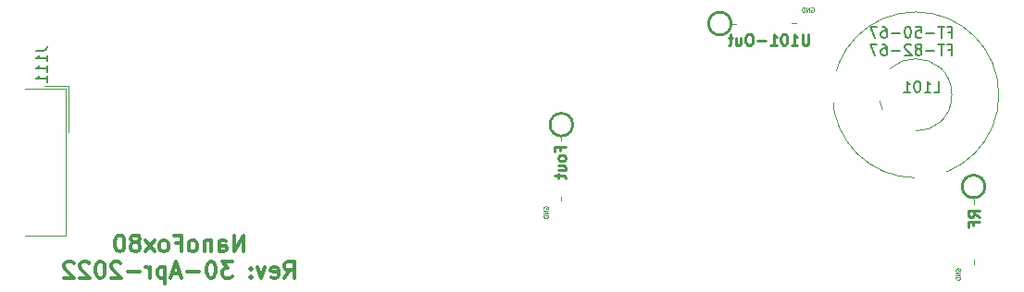
<source format=gbo>
%TF.GenerationSoftware,KiCad,Pcbnew,(6.0.4-0)*%
%TF.CreationDate,2022-04-30T21:23:22-04:00*%
%TF.ProjectId,NanoFox80,4e616e6f-466f-4783-9830-2e6b69636164,rev?*%
%TF.SameCoordinates,Original*%
%TF.FileFunction,Legend,Bot*%
%TF.FilePolarity,Positive*%
%FSLAX46Y46*%
G04 Gerber Fmt 4.6, Leading zero omitted, Abs format (unit mm)*
G04 Created by KiCad (PCBNEW (6.0.4-0)) date 2022-04-30 21:23:22*
%MOMM*%
%LPD*%
G01*
G04 APERTURE LIST*
G04 Aperture macros list*
%AMRotRect*
0 Rectangle, with rotation*
0 The origin of the aperture is its center*
0 $1 length*
0 $2 width*
0 $3 Rotation angle, in degrees counterclockwise*
0 Add horizontal line*
21,1,$1,$2,0,0,$3*%
G04 Aperture macros list end*
%ADD10C,0.150000*%
%ADD11C,0.250000*%
%ADD12C,0.300000*%
%ADD13C,0.100000*%
%ADD14C,0.120000*%
%ADD15C,1.700000*%
%ADD16O,1.700000X1.700000*%
%ADD17R,1.700000X1.700000*%
%ADD18R,5.000000X5.000000*%
%ADD19C,0.600000*%
%ADD20C,1.524000*%
%ADD21C,0.800000*%
%ADD22C,3.200000*%
%ADD23C,3.000000*%
%ADD24R,5.760000X0.595000*%
%ADD25RotRect,3.000000X3.000000X25.000000*%
%ADD26R,3.480000X1.846667*%
G04 APERTURE END LIST*
D10*
X164710952Y-62563571D02*
X165044285Y-62563571D01*
X165044285Y-63087380D02*
X165044285Y-62087380D01*
X164568095Y-62087380D01*
X164330000Y-62087380D02*
X163758571Y-62087380D01*
X164044285Y-63087380D02*
X164044285Y-62087380D01*
X163425238Y-62706428D02*
X162663333Y-62706428D01*
X161710952Y-62087380D02*
X162187142Y-62087380D01*
X162234761Y-62563571D01*
X162187142Y-62515952D01*
X162091904Y-62468333D01*
X161853809Y-62468333D01*
X161758571Y-62515952D01*
X161710952Y-62563571D01*
X161663333Y-62658809D01*
X161663333Y-62896904D01*
X161710952Y-62992142D01*
X161758571Y-63039761D01*
X161853809Y-63087380D01*
X162091904Y-63087380D01*
X162187142Y-63039761D01*
X162234761Y-62992142D01*
X161044285Y-62087380D02*
X160949047Y-62087380D01*
X160853809Y-62135000D01*
X160806190Y-62182619D01*
X160758571Y-62277857D01*
X160710952Y-62468333D01*
X160710952Y-62706428D01*
X160758571Y-62896904D01*
X160806190Y-62992142D01*
X160853809Y-63039761D01*
X160949047Y-63087380D01*
X161044285Y-63087380D01*
X161139523Y-63039761D01*
X161187142Y-62992142D01*
X161234761Y-62896904D01*
X161282380Y-62706428D01*
X161282380Y-62468333D01*
X161234761Y-62277857D01*
X161187142Y-62182619D01*
X161139523Y-62135000D01*
X161044285Y-62087380D01*
X160282380Y-62706428D02*
X159520476Y-62706428D01*
X158615714Y-62087380D02*
X158806190Y-62087380D01*
X158901428Y-62135000D01*
X158949047Y-62182619D01*
X159044285Y-62325476D01*
X159091904Y-62515952D01*
X159091904Y-62896904D01*
X159044285Y-62992142D01*
X158996666Y-63039761D01*
X158901428Y-63087380D01*
X158710952Y-63087380D01*
X158615714Y-63039761D01*
X158568095Y-62992142D01*
X158520476Y-62896904D01*
X158520476Y-62658809D01*
X158568095Y-62563571D01*
X158615714Y-62515952D01*
X158710952Y-62468333D01*
X158901428Y-62468333D01*
X158996666Y-62515952D01*
X159044285Y-62563571D01*
X159091904Y-62658809D01*
X158187142Y-62087380D02*
X157520476Y-62087380D01*
X157949047Y-63087380D01*
X164710952Y-64173571D02*
X165044285Y-64173571D01*
X165044285Y-64697380D02*
X165044285Y-63697380D01*
X164568095Y-63697380D01*
X164330000Y-63697380D02*
X163758571Y-63697380D01*
X164044285Y-64697380D02*
X164044285Y-63697380D01*
X163425238Y-64316428D02*
X162663333Y-64316428D01*
X162044285Y-64125952D02*
X162139523Y-64078333D01*
X162187142Y-64030714D01*
X162234761Y-63935476D01*
X162234761Y-63887857D01*
X162187142Y-63792619D01*
X162139523Y-63745000D01*
X162044285Y-63697380D01*
X161853809Y-63697380D01*
X161758571Y-63745000D01*
X161710952Y-63792619D01*
X161663333Y-63887857D01*
X161663333Y-63935476D01*
X161710952Y-64030714D01*
X161758571Y-64078333D01*
X161853809Y-64125952D01*
X162044285Y-64125952D01*
X162139523Y-64173571D01*
X162187142Y-64221190D01*
X162234761Y-64316428D01*
X162234761Y-64506904D01*
X162187142Y-64602142D01*
X162139523Y-64649761D01*
X162044285Y-64697380D01*
X161853809Y-64697380D01*
X161758571Y-64649761D01*
X161710952Y-64602142D01*
X161663333Y-64506904D01*
X161663333Y-64316428D01*
X161710952Y-64221190D01*
X161758571Y-64173571D01*
X161853809Y-64125952D01*
X161282380Y-63792619D02*
X161234761Y-63745000D01*
X161139523Y-63697380D01*
X160901428Y-63697380D01*
X160806190Y-63745000D01*
X160758571Y-63792619D01*
X160710952Y-63887857D01*
X160710952Y-63983095D01*
X160758571Y-64125952D01*
X161330000Y-64697380D01*
X160710952Y-64697380D01*
X160282380Y-64316428D02*
X159520476Y-64316428D01*
X158615714Y-63697380D02*
X158806190Y-63697380D01*
X158901428Y-63745000D01*
X158949047Y-63792619D01*
X159044285Y-63935476D01*
X159091904Y-64125952D01*
X159091904Y-64506904D01*
X159044285Y-64602142D01*
X158996666Y-64649761D01*
X158901428Y-64697380D01*
X158710952Y-64697380D01*
X158615714Y-64649761D01*
X158568095Y-64602142D01*
X158520476Y-64506904D01*
X158520476Y-64268809D01*
X158568095Y-64173571D01*
X158615714Y-64125952D01*
X158710952Y-64078333D01*
X158901428Y-64078333D01*
X158996666Y-64125952D01*
X159044285Y-64173571D01*
X159091904Y-64268809D01*
X158187142Y-63697380D02*
X157520476Y-63697380D01*
X157949047Y-64697380D01*
D11*
X151905238Y-62762380D02*
X151905238Y-63571904D01*
X151857619Y-63667142D01*
X151810000Y-63714761D01*
X151714761Y-63762380D01*
X151524285Y-63762380D01*
X151429047Y-63714761D01*
X151381428Y-63667142D01*
X151333809Y-63571904D01*
X151333809Y-62762380D01*
X150333809Y-63762380D02*
X150905238Y-63762380D01*
X150619523Y-63762380D02*
X150619523Y-62762380D01*
X150714761Y-62905238D01*
X150810000Y-63000476D01*
X150905238Y-63048095D01*
X149714761Y-62762380D02*
X149619523Y-62762380D01*
X149524285Y-62810000D01*
X149476666Y-62857619D01*
X149429047Y-62952857D01*
X149381428Y-63143333D01*
X149381428Y-63381428D01*
X149429047Y-63571904D01*
X149476666Y-63667142D01*
X149524285Y-63714761D01*
X149619523Y-63762380D01*
X149714761Y-63762380D01*
X149810000Y-63714761D01*
X149857619Y-63667142D01*
X149905238Y-63571904D01*
X149952857Y-63381428D01*
X149952857Y-63143333D01*
X149905238Y-62952857D01*
X149857619Y-62857619D01*
X149810000Y-62810000D01*
X149714761Y-62762380D01*
X148429047Y-63762380D02*
X149000476Y-63762380D01*
X148714761Y-63762380D02*
X148714761Y-62762380D01*
X148810000Y-62905238D01*
X148905238Y-63000476D01*
X149000476Y-63048095D01*
X148000476Y-63381428D02*
X147238571Y-63381428D01*
X146571904Y-62762380D02*
X146381428Y-62762380D01*
X146286190Y-62810000D01*
X146190952Y-62905238D01*
X146143333Y-63095714D01*
X146143333Y-63429047D01*
X146190952Y-63619523D01*
X146286190Y-63714761D01*
X146381428Y-63762380D01*
X146571904Y-63762380D01*
X146667142Y-63714761D01*
X146762380Y-63619523D01*
X146810000Y-63429047D01*
X146810000Y-63095714D01*
X146762380Y-62905238D01*
X146667142Y-62810000D01*
X146571904Y-62762380D01*
X145286190Y-63095714D02*
X145286190Y-63762380D01*
X145714761Y-63095714D02*
X145714761Y-63619523D01*
X145667142Y-63714761D01*
X145571904Y-63762380D01*
X145429047Y-63762380D01*
X145333809Y-63714761D01*
X145286190Y-63667142D01*
X144952857Y-63095714D02*
X144571904Y-63095714D01*
X144810000Y-62762380D02*
X144810000Y-63619523D01*
X144762380Y-63714761D01*
X144667142Y-63762380D01*
X144571904Y-63762380D01*
D12*
X100211428Y-82691071D02*
X100211428Y-81191071D01*
X99354285Y-82691071D01*
X99354285Y-81191071D01*
X97997142Y-82691071D02*
X97997142Y-81905357D01*
X98068571Y-81762500D01*
X98211428Y-81691071D01*
X98497142Y-81691071D01*
X98640000Y-81762500D01*
X97997142Y-82619642D02*
X98140000Y-82691071D01*
X98497142Y-82691071D01*
X98640000Y-82619642D01*
X98711428Y-82476785D01*
X98711428Y-82333928D01*
X98640000Y-82191071D01*
X98497142Y-82119642D01*
X98140000Y-82119642D01*
X97997142Y-82048214D01*
X97282857Y-81691071D02*
X97282857Y-82691071D01*
X97282857Y-81833928D02*
X97211428Y-81762500D01*
X97068571Y-81691071D01*
X96854285Y-81691071D01*
X96711428Y-81762500D01*
X96640000Y-81905357D01*
X96640000Y-82691071D01*
X95711428Y-82691071D02*
X95854285Y-82619642D01*
X95925714Y-82548214D01*
X95997142Y-82405357D01*
X95997142Y-81976785D01*
X95925714Y-81833928D01*
X95854285Y-81762500D01*
X95711428Y-81691071D01*
X95497142Y-81691071D01*
X95354285Y-81762500D01*
X95282857Y-81833928D01*
X95211428Y-81976785D01*
X95211428Y-82405357D01*
X95282857Y-82548214D01*
X95354285Y-82619642D01*
X95497142Y-82691071D01*
X95711428Y-82691071D01*
X94068571Y-81905357D02*
X94568571Y-81905357D01*
X94568571Y-82691071D02*
X94568571Y-81191071D01*
X93854285Y-81191071D01*
X93068571Y-82691071D02*
X93211428Y-82619642D01*
X93282857Y-82548214D01*
X93354285Y-82405357D01*
X93354285Y-81976785D01*
X93282857Y-81833928D01*
X93211428Y-81762500D01*
X93068571Y-81691071D01*
X92854285Y-81691071D01*
X92711428Y-81762500D01*
X92640000Y-81833928D01*
X92568571Y-81976785D01*
X92568571Y-82405357D01*
X92640000Y-82548214D01*
X92711428Y-82619642D01*
X92854285Y-82691071D01*
X93068571Y-82691071D01*
X92068571Y-82691071D02*
X91282857Y-81691071D01*
X92068571Y-81691071D02*
X91282857Y-82691071D01*
X90497142Y-81833928D02*
X90640000Y-81762500D01*
X90711428Y-81691071D01*
X90782857Y-81548214D01*
X90782857Y-81476785D01*
X90711428Y-81333928D01*
X90640000Y-81262500D01*
X90497142Y-81191071D01*
X90211428Y-81191071D01*
X90068571Y-81262500D01*
X89997142Y-81333928D01*
X89925714Y-81476785D01*
X89925714Y-81548214D01*
X89997142Y-81691071D01*
X90068571Y-81762500D01*
X90211428Y-81833928D01*
X90497142Y-81833928D01*
X90640000Y-81905357D01*
X90711428Y-81976785D01*
X90782857Y-82119642D01*
X90782857Y-82405357D01*
X90711428Y-82548214D01*
X90640000Y-82619642D01*
X90497142Y-82691071D01*
X90211428Y-82691071D01*
X90068571Y-82619642D01*
X89997142Y-82548214D01*
X89925714Y-82405357D01*
X89925714Y-82119642D01*
X89997142Y-81976785D01*
X90068571Y-81905357D01*
X90211428Y-81833928D01*
X88997142Y-81191071D02*
X88854285Y-81191071D01*
X88711428Y-81262500D01*
X88640000Y-81333928D01*
X88568571Y-81476785D01*
X88497142Y-81762500D01*
X88497142Y-82119642D01*
X88568571Y-82405357D01*
X88640000Y-82548214D01*
X88711428Y-82619642D01*
X88854285Y-82691071D01*
X88997142Y-82691071D01*
X89140000Y-82619642D01*
X89211428Y-82548214D01*
X89282857Y-82405357D01*
X89354285Y-82119642D01*
X89354285Y-81762500D01*
X89282857Y-81476785D01*
X89211428Y-81333928D01*
X89140000Y-81262500D01*
X88997142Y-81191071D01*
X103997142Y-85106071D02*
X104497142Y-84391785D01*
X104854285Y-85106071D02*
X104854285Y-83606071D01*
X104282857Y-83606071D01*
X104140000Y-83677500D01*
X104068571Y-83748928D01*
X103997142Y-83891785D01*
X103997142Y-84106071D01*
X104068571Y-84248928D01*
X104140000Y-84320357D01*
X104282857Y-84391785D01*
X104854285Y-84391785D01*
X102782857Y-85034642D02*
X102925714Y-85106071D01*
X103211428Y-85106071D01*
X103354285Y-85034642D01*
X103425714Y-84891785D01*
X103425714Y-84320357D01*
X103354285Y-84177500D01*
X103211428Y-84106071D01*
X102925714Y-84106071D01*
X102782857Y-84177500D01*
X102711428Y-84320357D01*
X102711428Y-84463214D01*
X103425714Y-84606071D01*
X102211428Y-84106071D02*
X101854285Y-85106071D01*
X101497142Y-84106071D01*
X100925714Y-84963214D02*
X100854285Y-85034642D01*
X100925714Y-85106071D01*
X100997142Y-85034642D01*
X100925714Y-84963214D01*
X100925714Y-85106071D01*
X100925714Y-84177500D02*
X100854285Y-84248928D01*
X100925714Y-84320357D01*
X100997142Y-84248928D01*
X100925714Y-84177500D01*
X100925714Y-84320357D01*
X99211428Y-83606071D02*
X98282857Y-83606071D01*
X98782857Y-84177500D01*
X98568571Y-84177500D01*
X98425714Y-84248928D01*
X98354285Y-84320357D01*
X98282857Y-84463214D01*
X98282857Y-84820357D01*
X98354285Y-84963214D01*
X98425714Y-85034642D01*
X98568571Y-85106071D01*
X98997142Y-85106071D01*
X99140000Y-85034642D01*
X99211428Y-84963214D01*
X97354285Y-83606071D02*
X97211428Y-83606071D01*
X97068571Y-83677500D01*
X96997142Y-83748928D01*
X96925714Y-83891785D01*
X96854285Y-84177500D01*
X96854285Y-84534642D01*
X96925714Y-84820357D01*
X96997142Y-84963214D01*
X97068571Y-85034642D01*
X97211428Y-85106071D01*
X97354285Y-85106071D01*
X97497142Y-85034642D01*
X97568571Y-84963214D01*
X97640000Y-84820357D01*
X97711428Y-84534642D01*
X97711428Y-84177500D01*
X97640000Y-83891785D01*
X97568571Y-83748928D01*
X97497142Y-83677500D01*
X97354285Y-83606071D01*
X96211428Y-84534642D02*
X95068571Y-84534642D01*
X94425714Y-84677500D02*
X93711428Y-84677500D01*
X94568571Y-85106071D02*
X94068571Y-83606071D01*
X93568571Y-85106071D01*
X93068571Y-84106071D02*
X93068571Y-85606071D01*
X93068571Y-84177500D02*
X92925714Y-84106071D01*
X92640000Y-84106071D01*
X92497142Y-84177500D01*
X92425714Y-84248928D01*
X92354285Y-84391785D01*
X92354285Y-84820357D01*
X92425714Y-84963214D01*
X92497142Y-85034642D01*
X92640000Y-85106071D01*
X92925714Y-85106071D01*
X93068571Y-85034642D01*
X91711428Y-85106071D02*
X91711428Y-84106071D01*
X91711428Y-84391785D02*
X91640000Y-84248928D01*
X91568571Y-84177500D01*
X91425714Y-84106071D01*
X91282857Y-84106071D01*
X90782857Y-84534642D02*
X89640000Y-84534642D01*
X88997142Y-83748928D02*
X88925714Y-83677500D01*
X88782857Y-83606071D01*
X88425714Y-83606071D01*
X88282857Y-83677500D01*
X88211428Y-83748928D01*
X88140000Y-83891785D01*
X88140000Y-84034642D01*
X88211428Y-84248928D01*
X89068571Y-85106071D01*
X88140000Y-85106071D01*
X87211428Y-83606071D02*
X87068571Y-83606071D01*
X86925714Y-83677500D01*
X86854285Y-83748928D01*
X86782857Y-83891785D01*
X86711428Y-84177500D01*
X86711428Y-84534642D01*
X86782857Y-84820357D01*
X86854285Y-84963214D01*
X86925714Y-85034642D01*
X87068571Y-85106071D01*
X87211428Y-85106071D01*
X87354285Y-85034642D01*
X87425714Y-84963214D01*
X87497142Y-84820357D01*
X87568571Y-84534642D01*
X87568571Y-84177500D01*
X87497142Y-83891785D01*
X87425714Y-83748928D01*
X87354285Y-83677500D01*
X87211428Y-83606071D01*
X86140000Y-83748928D02*
X86068571Y-83677500D01*
X85925714Y-83606071D01*
X85568571Y-83606071D01*
X85425714Y-83677500D01*
X85354285Y-83748928D01*
X85282857Y-83891785D01*
X85282857Y-84034642D01*
X85354285Y-84248928D01*
X86211428Y-85106071D01*
X85282857Y-85106071D01*
X84711428Y-83748928D02*
X84640000Y-83677500D01*
X84497142Y-83606071D01*
X84140000Y-83606071D01*
X83997142Y-83677500D01*
X83925714Y-83748928D01*
X83854285Y-83891785D01*
X83854285Y-84034642D01*
X83925714Y-84248928D01*
X84782857Y-85106071D01*
X83854285Y-85106071D01*
D11*
X167512380Y-79520952D02*
X167036190Y-79187619D01*
X167512380Y-78949523D02*
X166512380Y-78949523D01*
X166512380Y-79330476D01*
X166560000Y-79425714D01*
X166607619Y-79473333D01*
X166702857Y-79520952D01*
X166845714Y-79520952D01*
X166940952Y-79473333D01*
X166988571Y-79425714D01*
X167036190Y-79330476D01*
X167036190Y-78949523D01*
X166988571Y-80282857D02*
X166988571Y-79949523D01*
X167512380Y-79949523D02*
X166512380Y-79949523D01*
X166512380Y-80425714D01*
X129178571Y-73402380D02*
X129178571Y-73069047D01*
X129702380Y-73069047D02*
X128702380Y-73069047D01*
X128702380Y-73545238D01*
X129702380Y-74069047D02*
X129654761Y-73973809D01*
X129607142Y-73926190D01*
X129511904Y-73878571D01*
X129226190Y-73878571D01*
X129130952Y-73926190D01*
X129083333Y-73973809D01*
X129035714Y-74069047D01*
X129035714Y-74211904D01*
X129083333Y-74307142D01*
X129130952Y-74354761D01*
X129226190Y-74402380D01*
X129511904Y-74402380D01*
X129607142Y-74354761D01*
X129654761Y-74307142D01*
X129702380Y-74211904D01*
X129702380Y-74069047D01*
X129035714Y-75259523D02*
X129702380Y-75259523D01*
X129035714Y-74830952D02*
X129559523Y-74830952D01*
X129654761Y-74878571D01*
X129702380Y-74973809D01*
X129702380Y-75116666D01*
X129654761Y-75211904D01*
X129607142Y-75259523D01*
X129035714Y-75592857D02*
X129035714Y-75973809D01*
X128702380Y-75735714D02*
X129559523Y-75735714D01*
X129654761Y-75783333D01*
X129702380Y-75878571D01*
X129702380Y-75973809D01*
D13*
%TO.C,W103*%
X127710000Y-78775238D02*
X127690952Y-78737142D01*
X127690952Y-78680000D01*
X127710000Y-78622857D01*
X127748095Y-78584761D01*
X127786190Y-78565714D01*
X127862380Y-78546666D01*
X127919523Y-78546666D01*
X127995714Y-78565714D01*
X128033809Y-78584761D01*
X128071904Y-78622857D01*
X128090952Y-78680000D01*
X128090952Y-78718095D01*
X128071904Y-78775238D01*
X128052857Y-78794285D01*
X127919523Y-78794285D01*
X127919523Y-78718095D01*
X128090952Y-78965714D02*
X127690952Y-78965714D01*
X128090952Y-79194285D01*
X127690952Y-79194285D01*
X128090952Y-79384761D02*
X127690952Y-79384761D01*
X127690952Y-79480000D01*
X127710000Y-79537142D01*
X127748095Y-79575238D01*
X127786190Y-79594285D01*
X127862380Y-79613333D01*
X127919523Y-79613333D01*
X127995714Y-79594285D01*
X128033809Y-79575238D01*
X128071904Y-79537142D01*
X128090952Y-79480000D01*
X128090952Y-79384761D01*
%TO.C,W102*%
X165400000Y-84445238D02*
X165380952Y-84407142D01*
X165380952Y-84350000D01*
X165400000Y-84292857D01*
X165438095Y-84254761D01*
X165476190Y-84235714D01*
X165552380Y-84216666D01*
X165609523Y-84216666D01*
X165685714Y-84235714D01*
X165723809Y-84254761D01*
X165761904Y-84292857D01*
X165780952Y-84350000D01*
X165780952Y-84388095D01*
X165761904Y-84445238D01*
X165742857Y-84464285D01*
X165609523Y-84464285D01*
X165609523Y-84388095D01*
X165780952Y-84635714D02*
X165380952Y-84635714D01*
X165780952Y-84864285D01*
X165380952Y-84864285D01*
X165780952Y-85054761D02*
X165380952Y-85054761D01*
X165380952Y-85150000D01*
X165400000Y-85207142D01*
X165438095Y-85245238D01*
X165476190Y-85264285D01*
X165552380Y-85283333D01*
X165609523Y-85283333D01*
X165685714Y-85264285D01*
X165723809Y-85245238D01*
X165761904Y-85207142D01*
X165780952Y-85150000D01*
X165780952Y-85054761D01*
%TO.C,W101*%
X152164761Y-60340000D02*
X152202857Y-60320952D01*
X152260000Y-60320952D01*
X152317142Y-60340000D01*
X152355238Y-60378095D01*
X152374285Y-60416190D01*
X152393333Y-60492380D01*
X152393333Y-60549523D01*
X152374285Y-60625714D01*
X152355238Y-60663809D01*
X152317142Y-60701904D01*
X152260000Y-60720952D01*
X152221904Y-60720952D01*
X152164761Y-60701904D01*
X152145714Y-60682857D01*
X152145714Y-60549523D01*
X152221904Y-60549523D01*
X151974285Y-60720952D02*
X151974285Y-60320952D01*
X151745714Y-60720952D01*
X151745714Y-60320952D01*
X151555238Y-60720952D02*
X151555238Y-60320952D01*
X151460000Y-60320952D01*
X151402857Y-60340000D01*
X151364761Y-60378095D01*
X151345714Y-60416190D01*
X151326666Y-60492380D01*
X151326666Y-60549523D01*
X151345714Y-60625714D01*
X151364761Y-60663809D01*
X151402857Y-60701904D01*
X151460000Y-60720952D01*
X151555238Y-60720952D01*
D10*
%TO.C,L101*%
X163379047Y-68082380D02*
X163855238Y-68082380D01*
X163855238Y-67082380D01*
X162521904Y-68082380D02*
X163093333Y-68082380D01*
X162807619Y-68082380D02*
X162807619Y-67082380D01*
X162902857Y-67225238D01*
X162998095Y-67320476D01*
X163093333Y-67368095D01*
X161902857Y-67082380D02*
X161807619Y-67082380D01*
X161712380Y-67130000D01*
X161664761Y-67177619D01*
X161617142Y-67272857D01*
X161569523Y-67463333D01*
X161569523Y-67701428D01*
X161617142Y-67891904D01*
X161664761Y-67987142D01*
X161712380Y-68034761D01*
X161807619Y-68082380D01*
X161902857Y-68082380D01*
X161998095Y-68034761D01*
X162045714Y-67987142D01*
X162093333Y-67891904D01*
X162140952Y-67701428D01*
X162140952Y-67463333D01*
X162093333Y-67272857D01*
X162045714Y-67177619D01*
X161998095Y-67130000D01*
X161902857Y-67082380D01*
X160617142Y-68082380D02*
X161188571Y-68082380D01*
X160902857Y-68082380D02*
X160902857Y-67082380D01*
X160998095Y-67225238D01*
X161093333Y-67320476D01*
X161188571Y-67368095D01*
%TO.C,J111*%
X81249880Y-64254285D02*
X81964166Y-64254285D01*
X82107023Y-64206666D01*
X82202261Y-64111428D01*
X82249880Y-63968571D01*
X82249880Y-63873333D01*
X82249880Y-65254285D02*
X82249880Y-64682857D01*
X82249880Y-64968571D02*
X81249880Y-64968571D01*
X81392738Y-64873333D01*
X81487976Y-64778095D01*
X81535595Y-64682857D01*
X82249880Y-66206666D02*
X82249880Y-65635238D01*
X82249880Y-65920952D02*
X81249880Y-65920952D01*
X81392738Y-65825714D01*
X81487976Y-65730476D01*
X81535595Y-65635238D01*
X82249880Y-67159047D02*
X82249880Y-66587619D01*
X82249880Y-66873333D02*
X81249880Y-66873333D01*
X81392738Y-66778095D01*
X81487976Y-66682857D01*
X81535595Y-66587619D01*
D13*
%TO.C,W103*%
X129294600Y-72177600D02*
X129294600Y-72545900D01*
X129320000Y-77655850D02*
X129320000Y-78024150D01*
D11*
X130345442Y-71060000D02*
G75*
G03*
X130345442Y-71060000I-1038142J0D01*
G01*
D13*
%TO.C,W102*%
X167010000Y-83455850D02*
X167010000Y-83824150D01*
X167000000Y-77965850D02*
X167000000Y-78334150D01*
D11*
X168035442Y-76730000D02*
G75*
G03*
X168035442Y-76730000I-1038142J0D01*
G01*
D13*
%TO.C,W101*%
X150395850Y-61790000D02*
X150764150Y-61790000D01*
X144917600Y-61815400D02*
X145285900Y-61815400D01*
D11*
X144838142Y-61802700D02*
G75*
G03*
X144838142Y-61802700I-1038142J0D01*
G01*
D14*
%TO.C,L101*%
X165010000Y-68330000D02*
G75*
G03*
X165010000Y-68330000I-3300000J0D01*
G01*
X169310000Y-68330000D02*
G75*
G03*
X169310000Y-68330000I-7600000J0D01*
G01*
%TO.C,J111*%
X84000000Y-81223333D02*
X80260000Y-81223333D01*
X80260000Y-67776667D02*
X84000000Y-67776667D01*
X84240000Y-67536667D02*
X84240000Y-71730000D01*
X84000000Y-67776667D02*
X84000000Y-81223333D01*
X82000000Y-67536667D02*
X84240000Y-67536667D01*
%TD*%
%LPC*%
D15*
%TO.C,J107*%
X142170000Y-68880000D03*
D16*
X144710000Y-68880000D03*
%TD*%
D17*
%TO.C,J109*%
X115300000Y-59435000D03*
D16*
X112760000Y-59435000D03*
%TD*%
D18*
%TO.C,W308*%
X102020000Y-59187500D03*
%TD*%
D17*
%TO.C,BT101*%
X95510000Y-74030000D03*
D16*
X95510000Y-76570000D03*
%TD*%
D19*
%TO.C,W103*%
X129320000Y-71060000D03*
D20*
X129320000Y-71060000D03*
X129320000Y-79060000D03*
D19*
X129320000Y-79060000D03*
%TD*%
D21*
%TO.C,SW101*%
X107620000Y-91780000D03*
%TD*%
D17*
%TO.C,J106*%
X144900000Y-77130000D03*
D16*
X142360000Y-77130000D03*
%TD*%
D15*
%TO.C,J110*%
X102800000Y-64785000D03*
D16*
X102800000Y-67325000D03*
%TD*%
D15*
%TO.C,J104*%
X128410000Y-63310000D03*
D16*
X128410000Y-65850000D03*
%TD*%
D22*
%TO.C,REF\u002A\u002A*%
X166400000Y-59600000D03*
%TD*%
D17*
%TO.C,AE101*%
X164310000Y-82635000D03*
D16*
X164310000Y-80095000D03*
%TD*%
D20*
%TO.C,W102*%
X167010000Y-76730000D03*
D19*
X167010000Y-76730000D03*
X167010000Y-84730000D03*
D20*
X167010000Y-84730000D03*
%TD*%
D22*
%TO.C,REF\u002A\u002A*%
X166400000Y-89400000D03*
%TD*%
D17*
%TO.C,J112*%
X106280000Y-87060000D03*
D16*
X108820000Y-87060000D03*
%TD*%
D15*
%TO.C,J108*%
X144770000Y-65310000D03*
%TD*%
D20*
%TO.C,W101*%
X143800000Y-61790000D03*
D19*
X143800000Y-61790000D03*
X151800000Y-61790000D03*
D20*
X151800000Y-61790000D03*
%TD*%
D18*
%TO.C,W308*%
X155690000Y-90147500D03*
%TD*%
D17*
%TO.C,J113*%
X115360000Y-85005000D03*
D16*
X112820000Y-85005000D03*
%TD*%
D17*
%TO.C,J114*%
X136140000Y-79755000D03*
D16*
X138680000Y-79755000D03*
%TD*%
D15*
%TO.C,J103*%
X128500000Y-58640000D03*
%TD*%
D22*
%TO.C,REF\u002A\u002A*%
X83600000Y-89400000D03*
%TD*%
D17*
%TO.C,J101*%
X147460000Y-59140000D03*
D16*
X147460000Y-61680000D03*
%TD*%
D22*
%TO.C,REF\u002A\u002A*%
X83600000Y-59600000D03*
%TD*%
D17*
%TO.C,J105*%
X132085000Y-62490000D03*
D16*
X132085000Y-65030000D03*
%TD*%
D23*
%TO.C,L101*%
X163040000Y-75740000D03*
X154380000Y-67620000D03*
X158790000Y-67460000D03*
D24*
X156690000Y-67530000D03*
D25*
X159870000Y-70820000D03*
%TD*%
D26*
%TO.C,J111*%
X82000000Y-68960000D03*
X82000000Y-71730000D03*
X82000000Y-74500000D03*
X82000000Y-77270000D03*
X82000000Y-80040000D03*
%TD*%
M02*

</source>
